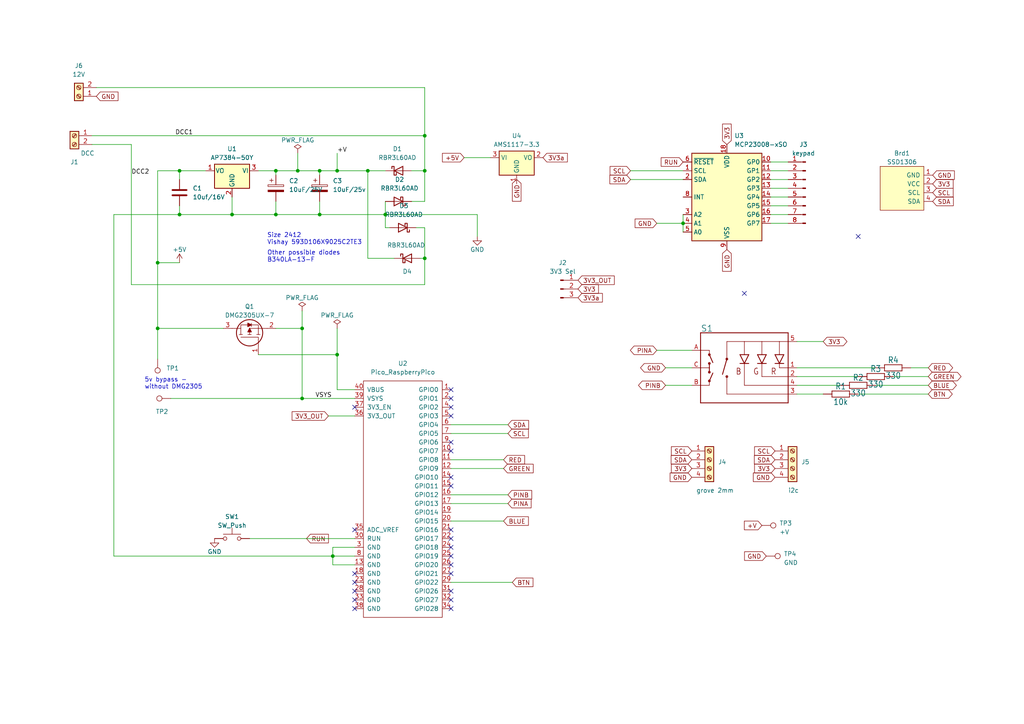
<source format=kicad_sch>
(kicad_sch (version 20230121) (generator eeschema)
  (paper "A4")
  (title_block (title "Pico Ble Central for loco ") (date "2025-05-26") (rev "1.0") (comment 1 "Ground plane and wider traces"))
  (lib_symbols
    (symbol "Connector:Conn_01x03_Pin" (pin_names (offset 1.016) hide)
      (property "Reference" "J" (at 0 5.08 0))
      (property "Value" "Conn_01x03_Pin" (at 0 -5.08 0))
      (symbol "Conn_01x03_Pin_1_1"
        (polyline (pts (xy 1.27 -2.54) (xy 0.8636 -2.54)) (stroke (width 0.1524)))
        (polyline (pts (xy 1.27 0) (xy 0.8636 0)) (stroke (width 0.1524)))
        (polyline (pts (xy 1.27 2.54) (xy 0.8636 2.54)) (stroke (width 0.1524)))
        (rectangle (start 0.8636 -2.413) (end 0 -2.667) (stroke (width 0.1524)) (fill (type outline)))
        (rectangle (start 0.8636 0.127) (end 0 -0.127) (stroke (width 0.1524)) (fill (type outline)))
        (rectangle (start 0.8636 2.667) (end 0 2.413) (stroke (width 0.1524)) (fill (type outline)))
        (pin passive line (at 5.08 2.54 180) (length 3.81) (name "Pin_1") (number "1"))
        (pin passive line (at 5.08 0 180) (length 3.81) (name "Pin_2") (number "2"))
        (pin passive line (at 5.08 -2.54 180) (length 3.81) (name "Pin_3") (number "3"))
      )
    )
    (symbol "Connector:Conn_01x08_Pin" (pin_names (offset 1.016) hide)
      (property "Reference" "J" (at 0 10.16 0))
      (property "Value" "Conn_01x08_Pin" (at 0 -12.7 0))
      (symbol "Conn_01x08_Pin_1_1"
        (polyline (pts (xy 1.27 -10.16) (xy 0.8636 -10.16)) (stroke (width 0.1524)))
        (polyline (pts (xy 1.27 -7.62) (xy 0.8636 -7.62)) (stroke (width 0.1524)))
        (polyline (pts (xy 1.27 -5.08) (xy 0.8636 -5.08)) (stroke (width 0.1524)))
        (polyline (pts (xy 1.27 -2.54) (xy 0.8636 -2.54)) (stroke (width 0.1524)))
        (polyline (pts (xy 1.27 0) (xy 0.8636 0)) (stroke (width 0.1524)))
        (polyline (pts (xy 1.27 2.54) (xy 0.8636 2.54)) (stroke (width 0.1524)))
        (polyline (pts (xy 1.27 5.08) (xy 0.8636 5.08)) (stroke (width 0.1524)))
        (polyline (pts (xy 1.27 7.62) (xy 0.8636 7.62)) (stroke (width 0.1524)))
        (rectangle (start 0.8636 -10.033) (end 0 -10.287) (stroke (width 0.1524)) (fill (type outline)))
        (rectangle (start 0.8636 -7.493) (end 0 -7.747) (stroke (width 0.1524)) (fill (type outline)))
        (rectangle (start 0.8636 -4.953) (end 0 -5.207) (stroke (width 0.1524)) (fill (type outline)))
        (rectangle (start 0.8636 -2.413) (end 0 -2.667) (stroke (width 0.1524)) (fill (type outline)))
        (rectangle (start 0.8636 0.127) (end 0 -0.127) (stroke (width 0.1524)) (fill (type outline)))
        (rectangle (start 0.8636 2.667) (end 0 2.413) (stroke (width 0.1524)) (fill (type outline)))
        (rectangle (start 0.8636 5.207) (end 0 4.953) (stroke (width 0.1524)) (fill (type outline)))
        (rectangle (start 0.8636 7.747) (end 0 7.493) (stroke (width 0.1524)) (fill (type outline)))
        (pin passive line (at 5.08 7.62 180) (length 3.81) (name "Pin_1") (number "1"))
        (pin passive line (at 5.08 5.08 180) (length 3.81) (name "Pin_2") (number "2"))
        (pin passive line (at 5.08 2.54 180) (length 3.81) (name "Pin_3") (number "3"))
        (pin passive line (at 5.08 0 180) (length 3.81) (name "Pin_4") (number "4"))
        (pin passive line (at 5.08 -2.54 180) (length 3.81) (name "Pin_5") (number "5"))
        (pin passive line (at 5.08 -5.08 180) (length 3.81) (name "Pin_6") (number "6"))
        (pin passive line (at 5.08 -7.62 180) (length 3.81) (name "Pin_7") (number "7"))
        (pin passive line (at 5.08 -10.16 180) (length 3.81) (name "Pin_8") (number "8"))
      )
    )
    (symbol "Connector:Screw_Terminal_01x02" (pin_names (offset 1.016) hide)
      (property "Reference" "J" (at 0 2.54 0))
      (property "Value" "Screw_Terminal_01x02" (at 0 -5.08 0))
      (symbol "Screw_Terminal_01x02_1_1"
        (rectangle (start -1.27 1.27) (end 1.27 -3.81) (stroke (width 0.254)) (fill (type background)))
        (circle (center 0 -2.54) (radius 0.635) (stroke (width 0.1524)))
        (polyline (pts (xy -0.5334 -2.2098) (xy 0.3302 -3.048)) (stroke (width 0.1524)))
        (polyline (pts (xy -0.5334 0.3302) (xy 0.3302 -0.508)) (stroke (width 0.1524)))
        (polyline (pts (xy -0.3556 -2.032) (xy 0.508 -2.8702)) (stroke (width 0.1524)))
        (polyline (pts (xy -0.3556 0.508) (xy 0.508 -0.3302)) (stroke (width 0.1524)))
        (circle (center 0 0) (radius 0.635) (stroke (width 0.1524)))
        (pin passive line (at -5.08 0 0) (length 3.81) (name "Pin_1") (number "1"))
        (pin passive line (at -5.08 -2.54 0) (length 3.81) (name "Pin_2") (number "2"))
      )
    )
    (symbol "Connector:Screw_Terminal_01x04" (pin_names (offset 1.016) hide)
      (property "Reference" "J" (at 0 5.08 0))
      (property "Value" "Screw_Terminal_01x04" (at 0 -7.62 0))
      (symbol "Screw_Terminal_01x04_1_1"
        (rectangle (start -1.27 3.81) (end 1.27 -6.35) (stroke (width 0.254)) (fill (type background)))
        (circle (center 0 -5.08) (radius 0.635) (stroke (width 0.1524)))
        (circle (center 0 -2.54) (radius 0.635) (stroke (width 0.1524)))
        (polyline (pts (xy -0.5334 -4.7498) (xy 0.3302 -5.588)) (stroke (width 0.1524)))
        (polyline (pts (xy -0.5334 -2.2098) (xy 0.3302 -3.048)) (stroke (width 0.1524)))
        (polyline (pts (xy -0.5334 0.3302) (xy 0.3302 -0.508)) (stroke (width 0.1524)))
        (polyline (pts (xy -0.5334 2.8702) (xy 0.3302 2.032)) (stroke (width 0.1524)))
        (polyline (pts (xy -0.3556 -4.572) (xy 0.508 -5.4102)) (stroke (width 0.1524)))
        (polyline (pts (xy -0.3556 -2.032) (xy 0.508 -2.8702)) (stroke (width 0.1524)))
        (polyline (pts (xy -0.3556 0.508) (xy 0.508 -0.3302)) (stroke (width 0.1524)))
        (polyline (pts (xy -0.3556 3.048) (xy 0.508 2.2098)) (stroke (width 0.1524)))
        (circle (center 0 0) (radius 0.635) (stroke (width 0.1524)))
        (circle (center 0 2.54) (radius 0.635) (stroke (width 0.1524)))
        (pin passive line (at -5.08 2.54 0) (length 3.81) (name "Pin_1") (number "1"))
        (pin passive line (at -5.08 0 0) (length 3.81) (name "Pin_2") (number "2"))
        (pin passive line (at -5.08 -2.54 0) (length 3.81) (name "Pin_3") (number "3"))
        (pin passive line (at -5.08 -5.08 0) (length 3.81) (name "Pin_4") (number "4"))
      )
    )
    (symbol "Connector:TestPoint" (pin_numbers hide) (pin_names (offset 0.762) hide)
      (property "Reference" "TP" (at 0 6.858 0))
      (property "Value" "TestPoint" (at 0 5.08 0))
      (symbol "TestPoint_0_1"
        (circle (center 0 3.302) (radius 0.762))
      )
      (symbol "TestPoint_1_1"
        (pin passive line (at 0 0 90) (length 2.54) (name "1") (number "1"))
      )
    )
    (symbol "DMG2305UX-7:DMG2305UX-7" (pin_names (offset 0.762))
      (property "Reference" "Q" (at 11.43 3.81 0))
      (property "Value" "DMG2305UX-7" (at 11.43 1.27 0))
      (symbol "DMG2305UX-7_0_0"
        (pin passive line (at 0 0 0) (length 2.54) (name "~") (number "1"))
        (pin passive line (at 7.62 -5.08 90) (length 2.54) (name "~") (number "2"))
        (pin passive line (at 7.62 10.16 270) (length 2.54) (name "~") (number "3"))
      )
      (symbol "DMG2305UX-7_0_1"
        (polyline (pts (xy 5.842 -0.508) (xy 5.842 0.508)) (stroke (width 0.1524)))
        (polyline (pts (xy 5.842 0) (xy 7.62 0)) (stroke (width 0.1524)))
        (polyline (pts (xy 5.842 2.032) (xy 5.842 3.048)) (stroke (width 0.1524)))
        (polyline (pts (xy 5.842 5.588) (xy 5.842 4.572)) (stroke (width 0.1524)))
        (polyline (pts (xy 7.62 2.54) (xy 5.842 2.54)) (stroke (width 0.1524)))
        (polyline (pts (xy 7.62 2.54) (xy 7.62 -2.54)) (stroke (width 0.1524)))
        (polyline (pts (xy 7.62 5.08) (xy 5.842 5.08)) (stroke (width 0.1524)))
        (polyline (pts (xy 7.62 5.08) (xy 7.62 7.62)) (stroke (width 0.1524)))
        (polyline (pts (xy 8.128 2.032) (xy 9.144 2.032)) (stroke (width 0.1524)))
        (polyline (pts (xy 2.54 0) (xy 5.08 0) (xy 5.08 5.08)) (stroke (width 0.1524)))
        (polyline (pts (xy 8.636 2.032) (xy 8.636 0) (xy 7.62 0)) (stroke (width 0.1524)))
        (polyline (pts (xy 8.636 3.048) (xy 8.636 5.08) (xy 7.62 5.08)) (stroke (width 0.1524)))
        (polyline (pts (xy 7.62 2.54) (xy 6.604 3.048) (xy 6.604 2.032) (xy 7.62 2.54)) (stroke (width 0.254)) (fill (type outline)))
        (polyline (pts (xy 8.636 2.032) (xy 8.128 3.048) (xy 9.144 3.048) (xy 8.636 2.032)) (stroke (width 0.254)) (fill (type outline)))
        (circle (center 6.35 2.54) (radius 3.81) (stroke (width 0.254)))
      )
    )
    (symbol "Device:C" (pin_numbers hide) (pin_names (offset 0.254))
      (property "Reference" "C" (at 0.635 2.54 0))
      (property "Value" "C" (at 0.635 -2.54 0))
      (symbol "C_0_1"
        (polyline (pts (xy -2.032 -0.762) (xy 2.032 -0.762)) (stroke (width 0.508)))
        (polyline (pts (xy -2.032 0.762) (xy 2.032 0.762)) (stroke (width 0.508)))
      )
      (symbol "C_1_1"
        (pin passive line (at 0 3.81 270) (length 2.794) (name "~") (number "1"))
        (pin passive line (at 0 -3.81 90) (length 2.794) (name "~") (number "2"))
      )
    )
    (symbol "Device:C_Polarized" (pin_numbers hide) (pin_names (offset 0.254))
      (property "Reference" "C" (at 0.635 2.54 0))
      (property "Value" "C_Polarized" (at 0.635 -2.54 0))
      (symbol "C_Polarized_0_1"
        (rectangle (start -2.286 0.508) (end 2.286 1.016))
        (polyline (pts (xy -1.778 2.286) (xy -0.762 2.286)))
        (polyline (pts (xy -1.27 2.794) (xy -1.27 1.778)))
        (rectangle (start 2.286 -0.508) (end -2.286 -1.016) (fill (type outline)))
      )
      (symbol "C_Polarized_1_1"
        (pin passive line (at 0 3.81 270) (length 2.794) (name "~") (number "1"))
        (pin passive line (at 0 -3.81 90) (length 2.794) (name "~") (number "2"))
      )
    )
    (symbol "Device:D_Schottky" (pin_numbers hide) (pin_names (offset 1.016) hide)
      (property "Reference" "D" (at 0 2.54 0))
      (property "Value" "D_Schottky" (at 0 -2.54 0))
      (symbol "D_Schottky_0_1"
        (polyline (pts (xy 1.27 0) (xy -1.27 0)))
        (polyline (pts (xy 1.27 1.27) (xy 1.27 -1.27) (xy -1.27 0) (xy 1.27 1.27)) (stroke (width 0.254)))
        (polyline (pts (xy -1.905 0.635) (xy -1.905 1.27) (xy -1.27 1.27) (xy -1.27 -1.27) (xy -0.635 -1.27) (xy -0.635 -0.635)) (stroke (width 0.254)))
      )
      (symbol "D_Schottky_1_1"
        (pin passive line (at -3.81 0 0) (length 2.54) (name "K") (number "1"))
        (pin passive line (at 3.81 0 180) (length 2.54) (name "A") (number "2"))
      )
    )
    (symbol "Interface_Expansion:MCP23008-xSO"
      (property "Reference" "U" (at -8.89 13.97 0))
      (property "Value" "MCP23008-xSO" (at 8.89 13.97 0))
      (symbol "MCP23008-xSO_0_1"
        (rectangle (start -10.16 12.7) (end 10.16 -12.7) (stroke (width 0.254)) (fill (type background)))
      )
      (symbol "MCP23008-xSO_1_1"
        (pin input line (at -12.7 7.62 0) (length 2.54) (name "SCL") (number "1"))
        (pin bidirectional line (at 12.7 10.16 180) (length 2.54) (name "GP0") (number "10"))
        (pin bidirectional line (at 12.7 7.62 180) (length 2.54) (name "GP1") (number "11"))
        (pin bidirectional line (at 12.7 5.08 180) (length 2.54) (name "GP2") (number "12"))
        (pin bidirectional line (at 12.7 2.54 180) (length 2.54) (name "GP3") (number "13"))
        (pin bidirectional line (at 12.7 0 180) (length 2.54) (name "GP4") (number "14"))
        (pin bidirectional line (at 12.7 -2.54 180) (length 2.54) (name "GP5") (number "15"))
        (pin bidirectional line (at 12.7 -5.08 180) (length 2.54) (name "GP6") (number "16"))
        (pin bidirectional line (at 12.7 -7.62 180) (length 2.54) (name "GP7") (number "17"))
        (pin power_in line (at 0 15.24 270) (length 2.54) (name "VDD") (number "18"))
        (pin bidirectional line (at -12.7 5.08 0) (length 2.54) (name "SDA") (number "2"))
        (pin input line (at -12.7 -5.08 0) (length 2.54) (name "A2") (number "3"))
        (pin input line (at -12.7 -7.62 0) (length 2.54) (name "A1") (number "4"))
        (pin input line (at -12.7 -10.16 0) (length 2.54) (name "A0") (number "5"))
        (pin input line (at -12.7 10.16 0) (length 2.54) (name "~{RESET}") (number "6"))
        (pin no_connect line (at -10.16 -2.54 0) (length 2.54) hide (name "NC") (number "7"))
        (pin output line (at -12.7 0 0) (length 2.54) (name "INT") (number "8"))
        (pin power_in line (at 0 -15.24 90) (length 2.54) (name "VSS") (number "9"))
      )
    )
    (symbol "PicoCanSmd31-eagle-import:ENCODER-RGB-SWITCH"
      (property "Reference" "S" (at -12.7 10.414 0))
      (symbol "ENCODER-RGB-SWITCH_1_0"
        (circle (center -10.16 -3.81) (radius 0.254) (stroke (width 0.254)))
        (circle (center -10.16 -1.27) (radius 0.254) (stroke (width 0.254)))
        (circle (center -10.16 1.27) (radius 0.254) (stroke (width 0.254)))
        (circle (center -10.16 3.81) (radius 0.254) (stroke (width 0.254)))
        (circle (center -5.08 -2.54) (radius 0.254) (stroke (width 0.254)))
        (circle (center -5.08 2.54) (radius 0.254) (stroke (width 0.254)))
        (polyline (pts (xy -12.7 -10.16) (xy 12.7 -10.16)) (stroke (width 0.254)))
        (polyline (pts (xy -12.7 -5.08) (xy -12.7 -10.16)) (stroke (width 0.254)))
        (polyline (pts (xy -12.7 0) (xy -12.7 -5.08)) (stroke (width 0.254)))
        (polyline (pts (xy -12.7 5.08) (xy -12.7 0)) (stroke (width 0.254)))
        (polyline (pts (xy -12.7 5.08) (xy -10.16 5.08)) (stroke (width 0.1524)))
        (polyline (pts (xy -12.7 10.16) (xy -12.7 5.08)) (stroke (width 0.254)))
        (polyline (pts (xy -10.16 -5.08) (xy -12.7 -5.08)) (stroke (width 0.1524)))
        (polyline (pts (xy -10.16 -5.08) (xy -10.16 -3.81)) (stroke (width 0.1524)))
        (polyline (pts (xy -10.16 -3.81) (xy -9.144 -1.524)) (stroke (width 0.254)))
        (polyline (pts (xy -10.16 0) (xy -12.7 0)) (stroke (width 0.1524)))
        (polyline (pts (xy -10.16 0) (xy -10.16 -1.27)) (stroke (width 0.254)))
        (polyline (pts (xy -10.16 0) (xy -10.16 1.27)) (stroke (width 0.254)))
        (polyline (pts (xy -10.16 3.81) (xy -9.144 1.524)) (stroke (width 0.254)))
        (polyline (pts (xy -10.16 5.08) (xy -10.16 3.81)) (stroke (width 0.1524)))
        (polyline (pts (xy -5.08 -7.62) (xy -5.08 -2.54)) (stroke (width 0.1524)))
        (polyline (pts (xy -5.08 -7.62) (xy 12.7 -7.62)) (stroke (width 0.1524)))
        (polyline (pts (xy -5.08 2.54) (xy -6.35 -1.905)) (stroke (width 0.254)))
        (polyline (pts (xy -5.08 7.62) (xy -5.08 2.54)) (stroke (width 0.1524)))
        (polyline (pts (xy -5.08 7.62) (xy 0 7.62)) (stroke (width 0.1524)))
        (polyline (pts (xy -1.27 1.27) (xy 0 1.27)) (stroke (width 0.254)))
        (polyline (pts (xy -1.27 3.81) (xy 0 1.27)) (stroke (width 0.254)))
        (polyline (pts (xy -1.27 3.81) (xy 0 3.81)) (stroke (width 0.254)))
        (polyline (pts (xy 0 -5.08) (xy 0 1.27)) (stroke (width 0.1524)))
        (polyline (pts (xy 0 -5.08) (xy 12.7 -5.08)) (stroke (width 0.1524)))
        (polyline (pts (xy 0 1.27) (xy 1.27 1.27)) (stroke (width 0.254)))
        (polyline (pts (xy 0 1.27) (xy 1.27 3.81)) (stroke (width 0.254)))
        (polyline (pts (xy 0 3.81) (xy 1.27 3.81)) (stroke (width 0.254)))
        (polyline (pts (xy 0 7.62) (xy 0 3.81)) (stroke (width 0.1524)))
        (polyline (pts (xy 0 7.62) (xy 5.08 7.62)) (stroke (width 0.1524)))
        (polyline (pts (xy 3.81 1.27) (xy 5.08 1.27)) (stroke (width 0.254)))
        (polyline (pts (xy 3.81 3.81) (xy 5.08 1.27)) (stroke (width 0.254)))
        (polyline (pts (xy 3.81 3.81) (xy 5.08 3.81)) (stroke (width 0.254)))
        (polyline (pts (xy 5.08 -2.54) (xy 5.08 1.27)) (stroke (width 0.1524)))
        (polyline (pts (xy 5.08 -2.54) (xy 12.7 -2.54)) (stroke (width 0.1524)))
        (polyline (pts (xy 5.08 1.27) (xy 6.35 1.27)) (stroke (width 0.254)))
        (polyline (pts (xy 5.08 1.27) (xy 6.35 3.81)) (stroke (width 0.254)))
        (polyline (pts (xy 5.08 3.81) (xy 6.35 3.81)) (stroke (width 0.254)))
        (polyline (pts (xy 5.08 7.62) (xy 5.08 3.81)) (stroke (width 0.1524)))
        (polyline (pts (xy 5.08 7.62) (xy 10.16 7.62)) (stroke (width 0.1524)))
        (polyline (pts (xy 8.89 1.27) (xy 10.16 1.27)) (stroke (width 0.254)))
        (polyline (pts (xy 8.89 3.81) (xy 10.16 1.27)) (stroke (width 0.254)))
        (polyline (pts (xy 8.89 3.81) (xy 10.16 3.81)) (stroke (width 0.254)))
        (polyline (pts (xy 10.16 0) (xy 10.16 1.27)) (stroke (width 0.1524)))
        (polyline (pts (xy 10.16 0) (xy 12.7 0)) (stroke (width 0.1524)))
        (polyline (pts (xy 10.16 1.27) (xy 11.43 1.27)) (stroke (width 0.254)))
        (polyline (pts (xy 10.16 1.27) (xy 11.43 3.81)) (stroke (width 0.254)))
        (polyline (pts (xy 10.16 3.81) (xy 11.43 3.81)) (stroke (width 0.254)))
        (polyline (pts (xy 10.16 7.62) (xy 10.16 3.81)) (stroke (width 0.1524)))
        (polyline (pts (xy 10.16 7.62) (xy 12.7 7.62)) (stroke (width 0.1524)))
        (polyline (pts (xy 12.7 10.16) (xy -12.7 10.16)) (stroke (width 0.254)))
        (polyline (pts (xy 12.7 10.16) (xy 12.7 -10.16)) (stroke (width 0.254)))
        (text "B" (at -2.54 0 0) (effects (font (size 1.778 1.5113)) (justify left top)))
        (text "G" (at 2.54 0 0) (effects (font (size 1.778 1.5113)) (justify left top)))
        (text "R" (at 7.62 0 0) (effects (font (size 1.778 1.5113)) (justify left top)))
        (pin passive line (at 15.24 0 180) (length 2.54) (name "-R") (number "1"))
        (pin passive line (at 15.24 -2.54 180) (length 2.54) (name "-G") (number "2"))
        (pin passive line (at 15.24 -7.62 180) (length 2.54) (name "SW") (number "3"))
        (pin passive line (at 15.24 -5.08 180) (length 2.54) (name "-B") (number "4"))
        (pin passive line (at 15.24 7.62 180) (length 2.54) (name "+") (number "5"))
        (pin bidirectional line (at -15.24 5.08 0) (length 2.54) (name "A") (number "A"))
        (pin bidirectional line (at -15.24 -5.08 0) (length 2.54) (name "B") (number "B"))
        (pin bidirectional line (at -15.24 0 0) (length 2.54) (name "C") (number "C"))
      )
    )
    (symbol "PicoCanSmd31-eagle-import:RESISTOR-1206"
      (property "Reference" "R" (at 0 1.27 0))
      (symbol "RESISTOR-1206_1_0"
        (polyline (pts (xy -2.54 -0.889) (xy -2.54 0.889)) (stroke (width 0.2032)))
        (polyline (pts (xy -2.54 0.889) (xy 2.54 0.889)) (stroke (width 0.2032)))
        (polyline (pts (xy 2.54 -0.889) (xy -2.54 -0.889)) (stroke (width 0.2032)))
        (polyline (pts (xy 2.54 0.889) (xy 2.54 -0.889)) (stroke (width 0.2032)))
        (pin passive line (at -5.08 0 0) (length 2.54) (name "1") (number "1"))
        (pin passive line (at 5.08 0 180) (length 2.54) (name "2") (number "2"))
      )
    )
    (symbol "PicoNoSwd:RaspberryPico-Pico" (pin_names (offset 1.016))
      (property "Reference" "U" (at -21.59 3.81 0))
      (property "Value" "Pico_RaspberryPico" (at -15.24 -67.31 0))
      (symbol "RaspberryPico-Pico_0_1"
        (rectangle (start -22.86 2.54) (end 0 -66.04))
      )
      (symbol "RaspberryPico-Pico_1_1"
        (pin bidirectional line (at 2.54 0 180) (length 2.54) (name "GPIO0") (number "1"))
        (pin bidirectional line (at 2.54 -17.78 180) (length 2.54) (name "GPIO7") (number "10"))
        (pin bidirectional line (at 2.54 -20.32 180) (length 2.54) (name "GPIO8") (number "11"))
        (pin bidirectional line (at 2.54 -22.86 180) (length 2.54) (name "GPIO9") (number "12"))
        (pin power_in line (at -25.4 -50.8 0) (length 2.54) (name "GND") (number "13"))
        (pin bidirectional line (at 2.54 -25.4 180) (length 2.54) (name "GPIO10") (number "14"))
        (pin bidirectional line (at 2.54 -27.94 180) (length 2.54) (name "GPIO11") (number "15"))
        (pin bidirectional line (at 2.54 -30.48 180) (length 2.54) (name "GPIO12") (number "16"))
        (pin bidirectional line (at 2.54 -33.02 180) (length 2.54) (name "GPIO13") (number "17"))
        (pin power_in line (at -25.4 -53.34 0) (length 2.54) (name "GND") (number "18"))
        (pin bidirectional line (at 2.54 -35.56 180) (length 2.54) (name "GPIO14") (number "19"))
        (pin bidirectional line (at 2.54 -2.54 180) (length 2.54) (name "GPIO1") (number "2"))
        (pin bidirectional line (at 2.54 -38.1 180) (length 2.54) (name "GPIO15") (number "20"))
        (pin bidirectional line (at 2.54 -40.64 180) (length 2.54) (name "GPIO16") (number "21"))
        (pin bidirectional line (at 2.54 -43.18 180) (length 2.54) (name "GPIO17") (number "22"))
        (pin power_in line (at -25.4 -55.88 0) (length 2.54) (name "GND") (number "23"))
        (pin bidirectional line (at 2.54 -45.72 180) (length 2.54) (name "GPIO18") (number "24"))
        (pin bidirectional line (at 2.54 -48.26 180) (length 2.54) (name "GPIO19") (number "25"))
        (pin bidirectional line (at 2.54 -50.8 180) (length 2.54) (name "GPIO20") (number "26"))
        (pin bidirectional line (at 2.54 -53.34 180) (length 2.54) (name "GPIO21") (number "27"))
        (pin power_in line (at -25.4 -58.42 0) (length 2.54) (name "GND") (number "28"))
        (pin bidirectional line (at 2.54 -55.88 180) (length 2.54) (name "GPIO22") (number "29"))
        (pin power_in line (at -25.4 -45.72 0) (length 2.54) (name "GND") (number "3"))
        (pin input line (at -25.4 -43.18 0) (length 2.54) (name "RUN") (number "30"))
        (pin bidirectional line (at 2.54 -58.42 180) (length 2.54) (name "GPIO26") (number "31"))
        (pin bidirectional line (at 2.54 -60.96 180) (length 2.54) (name "GPIO27") (number "32"))
        (pin power_in line (at -25.4 -60.96 0) (length 2.54) (name "GND") (number "33"))
        (pin bidirectional line (at 2.54 -63.5 180) (length 2.54) (name "GPIO28") (number "34"))
        (pin input line (at -25.4 -40.64 0) (length 2.54) (name "ADC_VREF") (number "35"))
        (pin power_out line (at -25.4 -7.62 0) (length 2.54) (name "3V3_OUT") (number "36"))
        (pin input line (at -25.4 -5.08 0) (length 2.54) (name "3V3_EN") (number "37"))
        (pin power_in line (at -25.4 -63.5 0) (length 2.54) (name "GND") (number "38"))
        (pin power_in line (at -25.4 -2.54 0) (length 2.54) (name "VSYS") (number "39"))
        (pin bidirectional line (at 2.54 -5.08 180) (length 2.54) (name "GPIO2") (number "4"))
        (pin power_in line (at -25.4 0 0) (length 2.54) (name "VBUS") (number "40"))
        (pin bidirectional line (at 2.54 -7.62 180) (length 2.54) (name "GPIO3") (number "5"))
        (pin bidirectional line (at 2.54 -10.16 180) (length 2.54) (name "GPIO4") (number "6"))
        (pin bidirectional line (at 2.54 -12.7 180) (length 2.54) (name "GPIO5") (number "7"))
        (pin power_in line (at -25.4 -48.26 0) (length 2.54) (name "GND") (number "8"))
        (pin bidirectional line (at 2.54 -15.24 180) (length 2.54) (name "GPIO6") (number "9"))
      )
    )
    (symbol "Regulator_Linear:AMS1117-3.3"
      (property "Reference" "U" (at -3.81 3.175 0))
      (property "Value" "AMS1117-3.3" (at 0 3.175 0))
      (symbol "AMS1117-3.3_0_1"
        (rectangle (start -5.08 -5.08) (end 5.08 1.905) (stroke (width 0.254)) (fill (type background)))
      )
      (symbol "AMS1117-3.3_1_1"
        (pin power_in line (at 0 -7.62 90) (length 2.54) (name "GND") (number "1"))
        (pin power_out line (at 7.62 0 180) (length 2.54) (name "VO") (number "2"))
        (pin power_in line (at -7.62 0 0) (length 2.54) (name "VI") (number "3"))
      )
    )
    (symbol "Regulator_Linear:AP7384-50Y" (pin_names (offset 0.254))
      (property "Reference" "U" (at -3.81 3.175 0))
      (property "Value" "AP7384-50Y" (at 0 3.175 0))
      (symbol "AP7384-50Y_0_1"
        (rectangle (start -5.08 1.905) (end 5.08 -5.08) (stroke (width 0.254)) (fill (type background)))
      )
      (symbol "AP7384-50Y_1_1"
        (pin power_out line (at 7.62 0 180) (length 2.54) (name "VO") (number "1"))
        (pin power_in line (at 0 -7.62 90) (length 2.54) (name "GND") (number "2"))
        (pin power_in line (at -7.62 0 0) (length 2.54) (name "VI") (number "3"))
      )
    )
    (symbol "SSD1306:SSD1306" (pin_names (offset 1.016))
      (property "Reference" "Brd" (at 0 -3.81 0))
      (property "Value" "SSD1306" (at 0 -1.27 0))
      (symbol "SSD1306_0_1"
        (rectangle (start -6.35 6.35) (end 6.35 -6.35) (fill (type background)))
      )
      (symbol "SSD1306_1_1"
        (pin input line (at -3.81 8.89 270) (length 2.54) (name "GND") (number "1"))
        (pin input line (at -1.27 8.89 270) (length 2.54) (name "VCC") (number "2"))
        (pin input line (at 1.27 8.89 270) (length 2.54) (name "SCL") (number "3"))
        (pin input line (at 3.81 8.89 270) (length 2.54) (name "SDA") (number "4"))
      )
    )
    (symbol "Switch:SW_Push" (pin_numbers hide) (pin_names (offset 1.016) hide)
      (property "Reference" "SW" (at 1.27 2.54 0))
      (property "Value" "SW_Push" (at 0 -1.524 0))
      (symbol "SW_Push_0_1"
        (circle (center -2.032 0) (radius 0.508))
        (polyline (pts (xy 0 1.27) (xy 0 3.048)))
        (polyline (pts (xy 2.54 1.27) (xy -2.54 1.27)))
        (circle (center 2.032 0) (radius 0.508))
        (pin passive line (at -5.08 0 0) (length 2.54) (name "1") (number "1"))
        (pin passive line (at 5.08 0 180) (length 2.54) (name "2") (number "2"))
      )
    )
    (symbol "power:+5V" (power) (pin_names (offset 0))
      (property "Value" "+5V" (at 0 3.556 0))
      (symbol "+5V_0_1"
        (polyline (pts (xy -0.762 1.27) (xy 0 2.54)))
        (polyline (pts (xy 0 0) (xy 0 2.54)))
        (polyline (pts (xy 0 2.54) (xy 0.762 1.27)))
      )
      (symbol "+5V_1_1"
        (pin power_in line (at 0 0 90) (length 0) hide (name "+5V") (number "1"))
      )
    )
    (symbol "power:GND" (power) (pin_names (offset 0))
      (property "Value" "GND" (at 0 -3.81 0))
      (symbol "GND_0_1"
        (polyline (pts (xy 0 0) (xy 0 -1.27) (xy 1.27 -1.27) (xy 0 -2.54) (xy -1.27 -1.27) (xy 0 -1.27)))
      )
      (symbol "GND_1_1"
        (pin power_in line (at 0 0 270) (length 0) hide (name "GND") (number "1"))
      )
    )
    (symbol "power:PWR_FLAG" (power) (pin_numbers hide) (pin_names (offset 0) hide)
      (property "Value" "PWR_FLAG" (at 0 3.81 0))
      (symbol "PWR_FLAG_0_0"
        (pin power_out line (at 0 0 90) (length 0) (name "pwr") (number "1"))
      )
      (symbol "PWR_FLAG_0_1"
        (polyline (pts (xy 0 0) (xy 0 1.27) (xy -1.016 1.905) (xy 0 2.54) (xy 1.016 1.905) (xy 0 1.27)))
      )
    )
  )
  (junction (at 45.72 76.2))
  (junction (at 123.19 74.93))
  (junction (at 92.71 49.53))
  (junction (at 198.12 64.77))
  (junction (at 123.19 39.37))
  (junction (at 111.76 62.23))
  (junction (at 97.79 49.53))
  (junction (at 87.63 115.57))
  (junction (at 86.36 49.53))
  (junction (at 52.07 49.53))
  (junction (at 92.71 62.23))
  (junction (at 97.79 102.87))
  (junction (at 87.63 95.25))
  (junction (at 80.01 62.23))
  (junction (at 80.01 49.53))
  (junction (at 123.19 49.53))
  (junction (at 96.52 161.29))
  (junction (at 67.31 62.23))
  (junction (at 106.68 49.53))
  (junction (at 52.07 62.23))
  (junction (at 45.72 95.25))
  (no_connect (at 102.87 166.37))
  (no_connect (at 130.81 138.43))
  (no_connect (at 130.81 120.65))
  (no_connect (at 102.87 173.99))
  (no_connect (at 130.81 128.27))
  (no_connect (at 130.81 161.29))
  (no_connect (at 130.81 171.45))
  (no_connect (at 130.81 118.11))
  (no_connect (at 130.81 113.03))
  (no_connect (at 130.81 158.75))
  (no_connect (at 102.87 118.11))
  (no_connect (at 130.81 166.37))
  (no_connect (at 102.87 168.91))
  (no_connect (at 215.9 85.09))
  (no_connect (at 130.81 176.53))
  (no_connect (at 130.81 115.57))
  (no_connect (at 130.81 163.83))
  (no_connect (at 102.87 176.53))
  (no_connect (at 130.81 153.67))
  (no_connect (at 248.92 68.58))
  (no_connect (at 130.81 130.81))
  (no_connect (at 130.81 156.21))
  (no_connect (at 130.81 140.97))
  (no_connect (at 102.87 153.67))
  (no_connect (at 102.87 171.45))
  (no_connect (at 130.81 173.99))
  (wire (pts (xy 130.81 168.91) (xy 148.59 168.91)))
  (wire (pts (xy 102.87 163.83) (xy 96.52 163.83)))
  (wire (pts (xy 45.72 76.2) (xy 45.72 95.25)))
  (wire (pts (xy 92.71 49.53) (xy 97.79 49.53)))
  (wire (pts (xy 106.68 74.93) (xy 114.3 74.93)))
  (wire (pts (xy 223.52 46.99) (xy 228.6 46.99)))
  (wire (pts (xy 67.31 62.23) (xy 80.01 62.23)))
  (wire (pts (xy 92.71 62.23) (xy 111.76 62.23)))
  (wire (pts (xy 123.19 39.37) (xy 123.19 49.53)))
  (wire (pts (xy 259.08 109.22) (xy 269.24 109.22)) (stroke (width 0.1524)))
  (wire (pts (xy 52.07 49.53) (xy 52.07 52.07)))
  (wire (pts (xy 200.66 101.6) (xy 190.5 101.6)) (stroke (width 0.1524)))
  (wire (pts (xy 130.81 146.05) (xy 147.32 146.05)))
  (wire (pts (xy 74.93 102.87) (xy 97.79 102.87)))
  (wire (pts (xy 182.88 52.07) (xy 198.12 52.07)))
  (wire (pts (xy 97.79 49.53) (xy 106.68 49.53)))
  (wire (pts (xy 130.81 151.13) (xy 146.05 151.13)))
  (wire (pts (xy 86.36 44.45) (xy 86.36 49.53)))
  (wire (pts (xy 248.92 109.22) (xy 231.14 109.22)) (stroke (width 0.1524)))
  (wire (pts (xy 102.87 156.21) (xy 72.39 156.21)))
  (wire (pts (xy 248.92 114.3) (xy 269.24 114.3)) (stroke (width 0.1524)))
  (wire (pts (xy 134.62 45.72) (xy 142.24 45.72)))
  (wire (pts (xy 87.63 95.25) (xy 87.63 115.57)))
  (wire (pts (xy 130.81 123.19) (xy 147.32 123.19)))
  (wire (pts (xy 38.1 82.55) (xy 123.19 82.55)))
  (wire (pts (xy 138.43 62.23) (xy 138.43 68.58)))
  (wire (pts (xy 96.52 158.75) (xy 96.52 161.29)))
  (wire (pts (xy 95.25 120.65) (xy 102.87 120.65)))
  (wire (pts (xy 223.52 59.69) (xy 228.6 59.69)))
  (wire (pts (xy 123.19 74.93) (xy 121.92 74.93)))
  (wire (pts (xy 80.01 58.42) (xy 80.01 62.23)))
  (wire (pts (xy 80.01 49.53) (xy 80.01 50.8)))
  (wire (pts (xy 200.66 111.76) (xy 193.04 111.76)) (stroke (width 0.1524)))
  (wire (pts (xy 52.07 62.23) (xy 52.07 59.69)))
  (wire (pts (xy 200.66 106.68) (xy 193.04 106.68)) (stroke (width 0.1524)))
  (wire (pts (xy 80.01 95.25) (xy 87.63 95.25)))
  (wire (pts (xy 106.68 49.53) (xy 111.76 49.53)))
  (wire (pts (xy 26.67 39.37) (xy 123.19 39.37)))
  (wire (pts (xy 67.31 62.23) (xy 52.07 62.23)))
  (wire (pts (xy 33.02 161.29) (xy 96.52 161.29)))
  (wire (pts (xy 97.79 113.03) (xy 102.87 113.03)))
  (wire (pts (xy 130.81 135.89) (xy 146.05 135.89)))
  (wire (pts (xy 243.84 111.76) (xy 231.14 111.76)) (stroke (width 0.1524)))
  (wire (pts (xy 223.52 62.23) (xy 228.6 62.23)))
  (wire (pts (xy 45.72 49.53) (xy 45.72 76.2)))
  (wire (pts (xy 86.36 49.53) (xy 92.71 49.53)))
  (wire (pts (xy 49.53 115.57) (xy 87.63 115.57)))
  (wire (pts (xy 45.72 76.2) (xy 52.07 76.2)))
  (wire (pts (xy 182.88 49.53) (xy 198.12 49.53)))
  (wire (pts (xy 67.31 57.15) (xy 67.31 62.23)))
  (wire (pts (xy 92.71 58.42) (xy 92.71 62.23)))
  (wire (pts (xy 45.72 49.53) (xy 52.07 49.53)))
  (wire (pts (xy 198.12 64.77) (xy 198.12 67.31)))
  (wire (pts (xy 223.52 49.53) (xy 228.6 49.53)))
  (wire (pts (xy 130.81 143.51) (xy 147.32 143.51)))
  (wire (pts (xy 254 111.76) (xy 269.24 111.76)) (stroke (width 0.1524)))
  (wire (pts (xy 130.81 125.73) (xy 147.32 125.73)))
  (wire (pts (xy 96.52 161.29) (xy 102.87 161.29)))
  (wire (pts (xy 45.72 95.25) (xy 45.72 104.14)))
  (wire (pts (xy 223.52 57.15) (xy 228.6 57.15)))
  (wire (pts (xy 97.79 44.45) (xy 97.79 49.53)))
  (wire (pts (xy 123.19 66.04) (xy 120.65 66.04)))
  (wire (pts (xy 27.94 25.4) (xy 123.19 25.4)))
  (wire (pts (xy 198.12 62.23) (xy 198.12 64.77)))
  (wire (pts (xy 111.76 58.42) (xy 111.76 62.23)))
  (wire (pts (xy 264.16 106.68) (xy 269.24 106.68)) (stroke (width 0.1524)))
  (wire (pts (xy 123.19 25.4) (xy 123.19 39.37)))
  (wire (pts (xy 111.76 62.23) (xy 138.43 62.23)))
  (wire (pts (xy 52.07 49.53) (xy 59.69 49.53)))
  (wire (pts (xy 130.81 133.35) (xy 146.05 133.35)))
  (wire (pts (xy 26.67 41.91) (xy 38.1 41.91)))
  (wire (pts (xy 123.19 49.53) (xy 119.38 49.53)))
  (wire (pts (xy 223.52 54.61) (xy 228.6 54.61)))
  (wire (pts (xy 96.52 161.29) (xy 96.52 163.83)))
  (wire (pts (xy 45.72 95.25) (xy 64.77 95.25)))
  (wire (pts (xy 74.93 49.53) (xy 80.01 49.53)))
  (wire (pts (xy 190.5 64.77) (xy 198.12 64.77)))
  (wire (pts (xy 97.79 102.87) (xy 97.79 113.03)))
  (wire (pts (xy 111.76 62.23) (xy 111.76 66.04)))
  (wire (pts (xy 123.19 74.93) (xy 123.19 66.04)))
  (wire (pts (xy 223.52 64.77) (xy 228.6 64.77)))
  (wire (pts (xy 38.1 41.91) (xy 38.1 82.55)))
  (wire (pts (xy 111.76 66.04) (xy 113.03 66.04)))
  (wire (pts (xy 123.19 49.53) (xy 123.19 58.42)))
  (wire (pts (xy 106.68 49.53) (xy 106.68 74.93)))
  (wire (pts (xy 87.63 115.57) (xy 102.87 115.57)))
  (wire (pts (xy 80.01 62.23) (xy 92.71 62.23)))
  (wire (pts (xy 223.52 52.07) (xy 228.6 52.07)))
  (wire (pts (xy 97.79 95.25) (xy 97.79 102.87)))
  (wire (pts (xy 80.01 49.53) (xy 86.36 49.53)))
  (wire (pts (xy 33.02 62.23) (xy 33.02 161.29)))
  (wire (pts (xy 52.07 62.23) (xy 33.02 62.23)))
  (wire (pts (xy 92.71 49.53) (xy 92.71 50.8)))
  (wire (pts (xy 123.19 58.42) (xy 119.38 58.42)))
  (wire (pts (xy 123.19 82.55) (xy 123.19 74.93)))
  (wire (pts (xy 254 106.68) (xy 231.14 106.68)) (stroke (width 0.1524)))
  (wire (pts (xy 87.63 90.17) (xy 87.63 95.25)))
  (wire (pts (xy 231.14 114.3) (xy 238.76 114.3)) (stroke (width 0.1524)))
  (wire (pts (xy 231.14 99.06) (xy 238.76 99.06)) (stroke (width 0.1524)))
  (wire (pts (xy 102.87 158.75) (xy 96.52 158.75)))
  (text "Size 2412\nVishay 593D106X9025C2TE3" (at 77.47 71.12 0) (effects (font (size 1.27 1.27)) (justify left bottom)))
  (text "5v bypass - \nwithout DMG2305" (at 41.91 113.03 0) (effects (font (size 1.27 1.27)) (justify left bottom)))
  (text "Other possible diodes\nB340LA-13-F" (at 77.47 76.2 0) (effects (font (size 1.27 1.27)) (justify left bottom)))
  (label "DCC1" (at 50.8 39.37 0))
  (label "DCC2" (at 38.1 50.8 0))
  (label "+V" (at 97.79 44.45 0))
  (label "VSYS" (at 91.44 115.57 0))
  (global_label "3V3_OUT" (shape input) (at 95.25 120.65 180) (property "Intersheetrefs" "${INTERSHEET_REFS}" (effects hide)))
  (global_label "+V" (shape input) (at 220.98 152.4 180) (property "Intersheetrefs" "${INTERSHEET_REFS}" (effects hide)))
  (global_label "RUN" (shape input) (at 198.12 46.99 180) (property "Intersheetrefs" "${INTERSHEET_REFS}" (effects hide)))
  (global_label "GND" (shape input) (at 270.51 50.8 0) (property "Intersheetrefs" "${INTERSHEET_REFS}" (effects hide)))
  (global_label "GND" (shape input) (at 190.5 64.77 180) (property "Intersheetrefs" "${INTERSHEET_REFS}" (effects hide)))
  (global_label "3V3" (shape input) (at 224.79 135.89 180) (property "Intersheetrefs" "${INTERSHEET_REFS}" (effects hide)))
  (global_label "SDA" (shape input) (at 147.32 123.19 0) (property "Intersheetrefs" "${INTERSHEET_REFS}" (effects hide)))
  (global_label "GND" (shape input) (at 149.86 52.07 270) (property "Intersheetrefs" "${INTERSHEET_REFS}" (effects hide)))
  (global_label "SCL" (shape input) (at 182.88 49.53 180) (property "Intersheetrefs" "${INTERSHEET_REFS}" (effects hide)))
  (global_label "SCL" (shape input) (at 200.66 130.81 180) (property "Intersheetrefs" "${INTERSHEET_REFS}" (effects hide)))
  (global_label "PINA" (shape bidirectional) (at 190.5 101.6 180) (effects (font (size 1.2446 1.2446))) (property "Intersheetrefs" "${INTERSHEET_REFS}" (effects hide)))
  (global_label "BLUE" (shape input) (at 146.05 151.13 0) (property "Intersheetrefs" "${INTERSHEET_REFS}" (effects hide)))
  (global_label "GND" (shape input) (at 210.82 72.39 270) (property "Intersheetrefs" "${INTERSHEET_REFS}" (effects hide)))
  (global_label "3V3" (shape input) (at 167.64 83.82 0) (property "Intersheetrefs" "${INTERSHEET_REFS}" (effects hide)))
  (global_label "SDA" (shape input) (at 182.88 52.07 180) (property "Intersheetrefs" "${INTERSHEET_REFS}" (effects hide)))
  (global_label "3V3" (shape input) (at 200.66 135.89 180) (property "Intersheetrefs" "${INTERSHEET_REFS}" (effects hide)))
  (global_label "+5V" (shape input) (at 134.62 45.72 180) (property "Intersheetrefs" "${INTERSHEET_REFS}" (effects hide)))
  (global_label "GREEN" (shape input) (at 146.05 135.89 0) (property "Intersheetrefs" "${INTERSHEET_REFS}" (effects hide)))
  (global_label "GND" (shape input) (at 27.94 27.94 0) (property "Intersheetrefs" "${INTERSHEET_REFS}" (effects hide)))
  (global_label "3V3" (shape input) (at 270.51 53.34 0) (property "Intersheetrefs" "${INTERSHEET_REFS}" (effects hide)))
  (global_label "BTN" (shape bidirectional) (at 269.24 114.3 0) (effects (font (size 1.2446 1.2446))) (property "Intersheetrefs" "${INTERSHEET_REFS}" (effects hide)))
  (global_label "SDA" (shape input) (at 270.51 58.42 0) (property "Intersheetrefs" "${INTERSHEET_REFS}" (effects hide)))
  (global_label "PINB" (shape bidirectional) (at 193.04 111.76 180) (effects (font (size 1.2446 1.2446))) (property "Intersheetrefs" "${INTERSHEET_REFS}" (effects hide)))
  (global_label "SDA" (shape input) (at 200.66 133.35 180) (property "Intersheetrefs" "${INTERSHEET_REFS}" (effects hide)))
  (global_label "PINA" (shape input) (at 147.32 146.05 0) (property "Intersheetrefs" "${INTERSHEET_REFS}" (effects hide)))
  (global_label "RED" (shape bidirectional) (at 269.24 106.68 0) (effects (font (size 1.2446 1.2446))) (property "Intersheetrefs" "${INTERSHEET_REFS}" (effects hide)))
  (global_label "3V3a" (shape input) (at 157.48 45.72 0) (property "Intersheetrefs" "${INTERSHEET_REFS}" (effects hide)))
  (global_label "3V3a" (shape input) (at 167.64 86.36 0) (property "Intersheetrefs" "${INTERSHEET_REFS}" (effects hide)))
  (global_label "3V3" (shape input) (at 210.82 41.91 90) (property "Intersheetrefs" "${INTERSHEET_REFS}" (effects hide)))
  (global_label "BLUE" (shape bidirectional) (at 269.24 111.76 0) (effects (font (size 1.2446 1.2446))) (property "Intersheetrefs" "${INTERSHEET_REFS}" (effects hide)))
  (global_label "3V3" (shape bidirectional) (at 238.76 99.06 0) (effects (font (size 1.2446 1.2446))) (property "Intersheetrefs" "${INTERSHEET_REFS}" (effects hide)))
  (global_label "SCL" (shape input) (at 147.32 125.73 0) (property "Intersheetrefs" "${INTERSHEET_REFS}" (effects hide)))
  (global_label "GND" (shape input) (at 224.79 138.43 180) (property "Intersheetrefs" "${INTERSHEET_REFS}" (effects hide)))
  (global_label "RUN" (shape input) (at 88.9 156.21 0) (property "Intersheetrefs" "${INTERSHEET_REFS}" (effects hide)))
  (global_label "PINB" (shape input) (at 147.32 143.51 0) (property "Intersheetrefs" "${INTERSHEET_REFS}" (effects hide)))
  (global_label "SDA" (shape input) (at 224.79 133.35 180) (property "Intersheetrefs" "${INTERSHEET_REFS}" (effects hide)))
  (global_label "SCL" (shape input) (at 270.51 55.88 0) (property "Intersheetrefs" "${INTERSHEET_REFS}" (effects hide)))
  (global_label "SCL" (shape input) (at 224.79 130.81 180) (property "Intersheetrefs" "${INTERSHEET_REFS}" (effects hide)))
  (global_label "GND" (shape input) (at 222.25 161.29 180) (property "Intersheetrefs" "${INTERSHEET_REFS}" (effects hide)))
  (global_label "3V3_OUT" (shape input) (at 167.64 81.28 0) (property "Intersheetrefs" "${INTERSHEET_REFS}" (effects hide)))
  (global_label "GND" (shape input) (at 200.66 138.43 180) (property "Intersheetrefs" "${INTERSHEET_REFS}" (effects hide)))
  (global_label "GND" (shape bidirectional) (at 193.04 106.68 180) (effects (font (size 1.2446 1.2446))) (property "Intersheetrefs" "${INTERSHEET_REFS}" (effects hide)))
  (global_label "RED" (shape input) (at 146.05 133.35 0) (property "Intersheetrefs" "${INTERSHEET_REFS}" (effects hide)))
  (global_label "GREEN" (shape bidirectional) (at 269.24 109.22 0) (effects (font (size 1.2446 1.2446))) (property "Intersheetrefs" "${INTERSHEET_REFS}" (effects hide)))
  (global_label "BTN" (shape input) (at 148.59 168.91 0) (property "Intersheetrefs" "${INTERSHEET_REFS}" (effects hide)))
  (symbol (lib_id "Device:D_Schottky") (at 115.57 58.42 180) (unit 1)
    (property "Reference" "D2" (at 115.8875 52.07 0))
    (property "Value" "RBR3L60AD" (at 115.8875 54.61 0))
    (property "Footprint" "Diode_SMD:D_SMA_Handsoldering" (effects hide))
  )
  (symbol (lib_id "Device:D_Schottky") (at 118.11 74.93 0) (unit 1)
    (property "Reference" "D4" (at 118.11 78.74 0))
    (property "Value" "RBR3L60AD" (at 117.7925 71.12 0))
    (property "Footprint" "Diode_SMD:D_SMA_Handsoldering" (effects hide))
  )
  (symbol (lib_id "power:GND") (at 138.43 68.58 0) (mirror y) (unit 1)
    (property "Reference" "#PWR03" (effects hide))
    (property "Value" "GND" (at 138.43 72.39 0))
  )
  (symbol (lib_id "Device:D_Schottky") (at 116.84 66.04 180) (unit 1)
    (property "Reference" "D3" (at 117.1575 59.69 0))
    (property "Value" "RBR3L60AD" (at 117.1575 62.23 0))
    (property "Footprint" "Diode_SMD:D_SMA_Handsoldering" (effects hide))
  )
  (symbol (lib_id "Connector:Screw_Terminal_01x04") (at 205.74 133.35 0) (unit 1)
    (property "Reference" "J4" (at 208.28 133.985 0) (effects (justify left)))
    (property "Value" "grove 2mm" (at 201.93 142.24 0) (effects (justify left)))
    (property "Footprint" "Seed Grove etc:HW4-2.0" (effects hide))
  )
  (symbol (lib_id "Connector:Screw_Terminal_01x02") (at 22.86 27.94 180) (unit 1)
    (property "Reference" "J6" (at 22.86 19.05 0))
    (property "Value" "12V" (at 22.86 21.59 0))
    (property "Footprint" "TerminalBlock_Phoenix:TerminalBlock_Phoenix_PT-1,5-2-3.5-H_1x02_P3.50mm_Horizontal" (effects hide))
  )
  (symbol (lib_id "Connector:Conn_01x03_Pin") (at 162.56 83.82 0) (unit 1)
    (property "Reference" "J2" (at 163.195 76.2 0))
    (property "Value" "3V3 Sel" (at 163.195 78.74 0))
    (property "Footprint" "Connector_PinHeader_2.54mm:PinHeader_1x03_P2.54mm_Vertical" (effects hide))
  )
  (symbol (lib_id "PicoCanSmd31-eagle-import:ENCODER-RGB-SWITCH") (at 215.9 106.68 0) (unit 1)
    (property "Reference" "S1" (at 203.2 96.266 0) (effects (font (size 1.778 1.778)) (justify left bottom)))
    (property "Value" "ENCODER-RGB-SWITCH" (effects hide))
    (property "Footprint" "sparkfun switch:ENCODER_LED_3" (effects hide))
  )
  (symbol (lib_id "PicoNoSwd:RaspberryPico-Pico") (at 128.27 113.03 0) (unit 1)
    (property "Reference" "U2" (at 116.84 105.41 0))
    (property "Value" "Pico_RaspberryPico" (at 116.84 107.95 0))
    (property "Footprint" "PicoNoSwd:RaspberryPico_TH_NoSWD" (effects hide))
  )
  (symbol (lib_id "Regulator_Linear:AP7384-50Y") (at 67.31 49.53 0) (mirror y) (unit 1)
    (property "Reference" "U1" (at 67.31 43.18 0))
    (property "Value" "AP7384-50Y" (at 67.31 45.72 0))
    (property "Footprint" "Package_TO_SOT_SMD:SOT-89-3" (effects hide))
    (property "Datasheet" "https://www.diodes.com/assets/Datasheets/AP7384.pdf" (effects hide))
  )
  (symbol (lib_id "Connector:TestPoint") (at 222.25 161.29 270) (unit 1)
    (property "Reference" "TP4" (at 227.33 160.655 90) (effects (justify left)))
    (property "Value" "GND" (at 227.33 163.195 90) (effects (justify left)))
    (property "Footprint" "TestPoint:TestPoint_Pad_2.5x2.5mm" (effects hide))
  )
  (symbol (lib_id "PicoCanSmd31-eagle-import:RESISTOR-1206") (at 243.84 114.3 0) (unit 1)
    (property "Reference" "R1" (at 243.84 113.03 0) (effects (font (size 1.778 1.5113)) (justify bottom)))
    (property "Value" "10k" (at 243.84 115.57 0) (effects (font (size 1.778 1.5113)) (justify top)))
    (property "Footprint" "Resistor_SMD:R_1206_3216Metric_Pad1.30x1.75mm_HandSolder" (effects hide))
  )
  (symbol (lib_id "Connector:TestPoint") (at 49.53 115.57 90) (unit 1)
    (property "Reference" "TP2" (at 46.99 119.38 90))
    (property "Value" "TestPoint" (effects hide))
    (property "Footprint" "TestPoint:TestPoint_Pad_2.0x2.0mm" (effects hide))
  )
  (symbol (lib_id "Connector:TestPoint") (at 220.98 152.4 270) (unit 1)
    (property "Reference" "TP3" (at 226.06 151.765 90) (effects (justify left)))
    (property "Value" "+V" (at 226.06 154.305 90) (effects (justify left)))
    (property "Footprint" "TestPoint:TestPoint_Pad_2.5x2.5mm" (effects hide))
  )
  (symbol (lib_id "PicoCanSmd31-eagle-import:RESISTOR-1206") (at 248.92 111.76 0) (unit 1)
    (property "Reference" "R2" (at 248.92 110.49 0) (effects (font (size 1.778 1.5113)) (justify bottom)))
    (property "Value" "330" (at 248.92 113.03 0) (effects (font (size 1.778 1.5113)) (justify top)))
    (property "Footprint" "Resistor_SMD:R_1206_3216Metric_Pad1.30x1.75mm_HandSolder" (effects hide))
  )
  (symbol (lib_id "power:PWR_FLAG") (at 87.63 90.17 0) (unit 1)
    (property "Reference" "#FLG02" (effects hide))
    (property "Value" "PWR_FLAG" (at 87.63 86.36 0))
  )
  (symbol (lib_id "PicoCanSmd31-eagle-import:RESISTOR-1206") (at 259.08 106.68 0) (unit 1)
    (property "Reference" "R4" (at 259.08 105.41 0) (effects (font (size 1.778 1.5113)) (justify bottom)))
    (property "Value" "330" (at 259.08 107.95 0) (effects (font (size 1.778 1.5113)) (justify top)))
    (property "Footprint" "Resistor_SMD:R_1206_3216Metric_Pad1.30x1.75mm_HandSolder" (effects hide))
  )
  (symbol (lib_id "Switch:SW_Push") (at 67.31 156.21 0) (mirror y) (unit 1)
    (property "Reference" "SW1" (at 67.31 149.86 0))
    (property "Value" "SW_Push" (at 67.31 152.4 0))
    (property "Footprint" "Button_Switch_SMD:SW_Tactile_SPST_NO_Straight_CK_PTS636Sx25SMTRLFS" (effects hide))
  )
  (symbol (lib_id "power:PWR_FLAG") (at 97.79 95.25 0) (unit 1)
    (property "Reference" "#FLG03" (effects hide))
    (property "Value" "PWR_FLAG" (at 97.79 91.44 0))
  )
  (symbol (lib_id "power:+5V") (at 52.07 76.2 0) (unit 1)
    (property "Reference" "#PWR012" (effects hide))
    (property "Value" "+5V" (at 52.07 72.39 0))
  )
  (symbol (lib_id "SSD1306:SSD1306") (at 261.62 54.61 270) (unit 1)
    (property "Reference" "Brd1" (at 261.62 44.45 90))
    (property "Value" "SSD1306" (at 261.62 46.99 90))
    (property "Footprint" "SSD1306:128x64OLED" (effects hide))
  )
  (symbol (lib_id "power:PWR_FLAG") (at 86.36 44.45 0) (unit 1)
    (property "Reference" "#FLG01" (effects hide))
    (property "Value" "PWR_FLAG" (at 86.36 40.64 0))
  )
  (symbol (lib_id "Device:D_Schottky") (at 115.57 49.53 0) (unit 1)
    (property "Reference" "D1" (at 115.2525 43.18 0))
    (property "Value" "RBR3L60AD" (at 115.2525 45.72 0))
    (property "Footprint" "Diode_SMD:D_SMA_Handsoldering" (effects hide))
  )
  (symbol (lib_id "power:GND") (at 62.23 156.21 0) (mirror y) (unit 1)
    (property "Reference" "#PWR01" (effects hide))
    (property "Value" "GND" (at 62.23 160.02 0))
  )
  (symbol (lib_id "Device:C") (at 52.07 55.88 0) (unit 1)
    (property "Reference" "C1" (at 55.88 54.61 0) (effects (justify left)))
    (property "Value" "10uf/16V" (at 55.88 57.15 0) (effects (justify left)))
    (property "Footprint" "Capacitor_SMD:C_1206_3216Metric_Pad1.33x1.80mm_HandSolder" (effects hide))
  )
  (symbol (lib_id "Connector:Screw_Terminal_01x04") (at 229.87 133.35 0) (unit 1)
    (property "Reference" "J5" (at 232.41 133.985 0) (effects (justify left)))
    (property "Value" "i2c" (at 228.6 142.24 0) (effects (justify left)))
    (property "Footprint" "Seed Grove etc:HW4-2.0" (effects hide))
  )
  (symbol (lib_id "Connector:Conn_01x08_Pin") (at 233.68 54.61 0) (mirror y) (unit 1)
    (property "Reference" "J3" (at 233.045 41.91 0))
    (property "Value" "keypad" (at 233.045 44.45 0))
    (property "Footprint" "Connector_PinHeader_2.54mm:PinHeader_1x08_P2.54mm_Vertical" (effects hide))
  )
  (symbol (lib_id "Interface_Expansion:MCP23008-xSO") (at 210.82 57.15 0) (unit 1)
    (property "Reference" "U3" (at 213.0141 39.37 0) (effects (justify left)))
    (property "Value" "MCP23008-xSO" (at 213.0141 41.91 0) (effects (justify left)))
    (property "Footprint" "Package_SO:SOIC-18W_7.5x11.6mm_P1.27mm" (effects hide))
    (property "Datasheet" "http://ww1.microchip.com/downloads/en/DeviceDoc/MCP23008-MCP23S08-Data-Sheet-20001919F.pdf" (effects hide))
  )
  (symbol (lib_id "PicoCanSmd31-eagle-import:RESISTOR-1206") (at 254 109.22 0) (unit 1)
    (property "Reference" "R3" (at 254 107.95 0) (effects (font (size 1.778 1.5113)) (justify bottom)))
    (property "Value" "330" (at 254 110.49 0) (effects (font (size 1.778 1.5113)) (justify top)))
    (property "Footprint" "Resistor_SMD:R_1206_3216Metric_Pad1.30x1.75mm_HandSolder" (effects hide))
  )
  (symbol (lib_id "Regulator_Linear:AMS1117-3.3") (at 149.86 45.72 0) (unit 1)
    (property "Reference" "U4" (at 149.86 39.37 0))
    (property "Value" "AMS1117-3.3" (at 149.86 41.91 0))
    (property "Footprint" "Package_TO_SOT_SMD:SOT-23_Handsoldering" (effects hide))
    (property "Datasheet" "http://www.advanced-monolithic.com/pdf/ds1117.pdf" (effects hide))
  )
  (symbol (lib_id "Connector:Screw_Terminal_01x02") (at 21.59 39.37 0) (mirror y) (unit 1)
    (property "Reference" "J1" (at 21.59 46.99 0))
    (property "Value" "DCC" (at 25.4 44.45 0))
    (property "Footprint" "TerminalBlock_Phoenix:TerminalBlock_Phoenix_PT-1,5-2-3.5-H_1x02_P3.50mm_Horizontal" (effects hide))
  )
  (symbol (lib_id "DMG2305UX-7:DMG2305UX-7") (at 74.93 102.87 90) (unit 1)
    (property "Reference" "Q1" (at 72.39 88.9 90))
    (property "Value" "DMG2305UX-7" (at 72.39 91.44 90))
    (property "Footprint" "Package_TO_SOT_SMD:SOT-23_Handsoldering" (effects hide))
    (property "Datasheet" "https://www.diodes.com/assets/Datasheets/DMG2305UX.pdf" (effects hide))
    (property "Description" "MOSFET P-Ch 20V 5A Enhancement SOT23 Diodes Inc DMG2305UX-7 P-channel MOSFET Transistor, -3.3 A, -20 V, 3-Pin SOT-23" (effects hide))
    (property "Height" "1.1" (effects hide))
    (property "Mouser Part Number" "621-DMG2305UX-7" (effects hide))
    (property "Mouser Price/Stock" "https://www.mouser.co.uk/ProductDetail/Diodes-Incorporated/DMG2305UX-7?qs=L1DZKBg7t5F%2FNBHrjfxC%252Bg%3D%3D" (effects hide))
    (property "Manufacturer_Name" "Diodes Inc." (effects hide))
    (property "Manufacturer_Part_Number" "DMG2305UX-7" (effects hide))
  )
  (symbol (lib_id "Device:C_Polarized") (at 92.71 54.61 0) (unit 1)
    (property "Reference" "C3" (at 96.52 52.451 0) (effects (justify left)))
    (property "Value" "10uF/25v" (at 96.52 54.991 0) (effects (justify left)))
    (property "Footprint" "Capacitor_Tantalum_SMD:CP_EIA-6032-20_AVX-F_Pad2.25x2.35mm_HandSolder" (effects hide))
  )
  (symbol (lib_id "Device:C_Polarized") (at 80.01 54.61 0) (unit 1)
    (property "Reference" "C2" (at 83.82 52.451 0) (effects (justify left)))
    (property "Value" "10uF/25V" (at 83.82 54.991 0) (effects (justify left)))
    (property "Footprint" "Capacitor_Tantalum_SMD:CP_EIA-6032-20_AVX-F_Pad2.25x2.35mm_HandSolder" (effects hide))
  )
  (symbol (lib_id "Connector:TestPoint") (at 45.72 104.14 180) (unit 1)
    (property "Reference" "TP1" (at 48.26 106.807 0) (effects (justify right)))
    (property "Value" "TestPoint" (effects hide))
    (property "Footprint" "TestPoint:TestPoint_Pad_2.0x2.0mm" (effects hide))
  )
)
</source>
